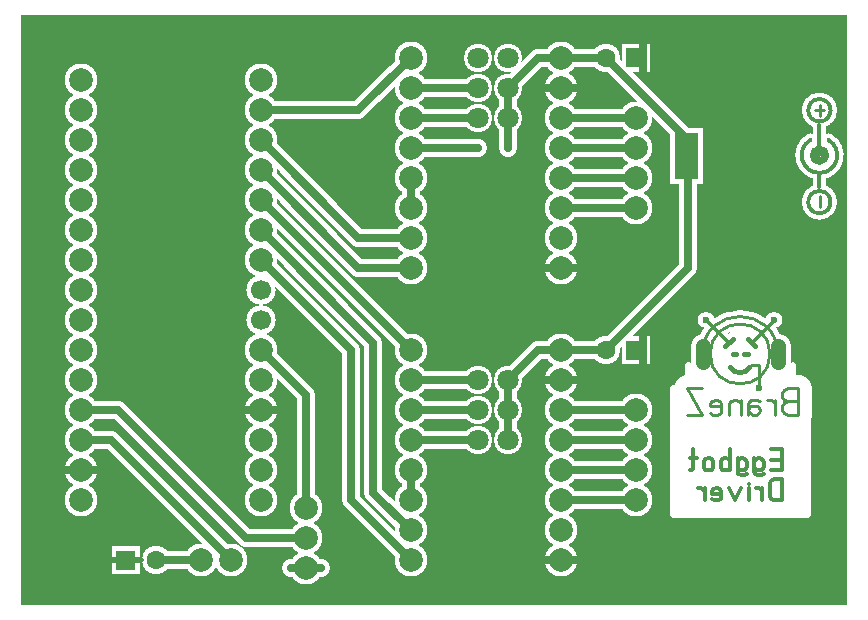
<source format=gbl>
%FSLAX34Y34*%
%MOMM*%
%LNSILK_TOP*%
G71*
G01*
%ADD10C, 2.80*%
%ADD11C, 2.40*%
%ADD12C, 2.50*%
%ADD13C, 3.60*%
%ADD14C, 0.70*%
%ADD15C, 1.10*%
%ADD16C, 1.50*%
%ADD17C, 1.07*%
%ADD18C, 0.50*%
%ADD19C, 2.40*%
%ADD20C, 1.05*%
%ADD21C, 1.20*%
%ADD22C, 1.40*%
%ADD23C, 1.06*%
%ADD24C, 2.10*%
%ADD25C, 2.28*%
%ADD26C, 2.32*%
%ADD27C, 2.00*%
%ADD28C, 1.60*%
%ADD29C, 1.70*%
%ADD30C, 0.30*%
%ADD31C, 0.27*%
%ADD32C, 1.80*%
%ADD33C, 0.25*%
%ADD34C, 0.40*%
%ADD35C, 0.60*%
%ADD36C, 0.26*%
%ADD37C, 1.30*%
%ADD38C, 0.28*%
%ADD39C, 0.32*%
%LPD*%
G36*
X0Y500000D02*
X700000Y500000D01*
X700000Y0D01*
X0Y0D01*
X0Y500000D01*
G37*
%LPC*%
X457200Y463550D02*
G54D10*
D03*
X457200Y438150D02*
G54D10*
D03*
X457200Y412750D02*
G54D10*
D03*
X457200Y387350D02*
G54D10*
D03*
X457200Y361950D02*
G54D10*
D03*
X457200Y336550D02*
G54D10*
D03*
X457200Y311150D02*
G54D10*
D03*
X457200Y285750D02*
G54D10*
D03*
X330200Y463550D02*
G54D10*
D03*
X330200Y438150D02*
G54D10*
D03*
X330200Y412750D02*
G54D10*
D03*
X330200Y387350D02*
G54D10*
D03*
X330200Y361950D02*
G54D10*
D03*
X330200Y336550D02*
G54D10*
D03*
X330200Y311150D02*
G54D10*
D03*
X330200Y285750D02*
G54D10*
D03*
X457200Y215900D02*
G54D10*
D03*
X457200Y190500D02*
G54D10*
D03*
X457200Y165100D02*
G54D10*
D03*
X457200Y139700D02*
G54D10*
D03*
X457200Y114300D02*
G54D10*
D03*
X457200Y88900D02*
G54D10*
D03*
X457200Y63500D02*
G54D10*
D03*
X457200Y38100D02*
G54D10*
D03*
X330200Y215900D02*
G54D10*
D03*
X330200Y190500D02*
G54D10*
D03*
X330200Y165100D02*
G54D10*
D03*
X330200Y139700D02*
G54D10*
D03*
X330200Y114300D02*
G54D10*
D03*
X330200Y88900D02*
G54D10*
D03*
X330200Y63500D02*
G54D10*
D03*
X330200Y38100D02*
G54D10*
D03*
X520700Y412750D02*
G54D10*
D03*
X520700Y387350D02*
G54D10*
D03*
X520700Y361950D02*
G54D10*
D03*
X520700Y336550D02*
G54D10*
D03*
X520700Y165100D02*
G54D10*
D03*
X520700Y139700D02*
G54D10*
D03*
X520700Y114300D02*
G54D10*
D03*
X520700Y88900D02*
G54D10*
D03*
G36*
X76900Y50100D02*
X100900Y50100D01*
X100900Y26100D01*
X76900Y26100D01*
X76900Y50100D01*
G37*
X114300Y38100D02*
G54D11*
D03*
X152400Y38100D02*
G54D10*
D03*
X177800Y38100D02*
G54D10*
D03*
X241300Y82550D02*
G54D10*
D03*
X241300Y57150D02*
G54D10*
D03*
X241300Y31750D02*
G54D10*
D03*
X203200Y444500D02*
G54D10*
D03*
X203200Y419100D02*
G54D10*
D03*
X203200Y393700D02*
G54D10*
D03*
X203200Y368300D02*
G54D10*
D03*
X203200Y342900D02*
G54D10*
D03*
X203200Y317500D02*
G54D10*
D03*
X203200Y292100D02*
G54D10*
D03*
X203195Y266705D02*
G54D12*
D03*
X203195Y241305D02*
G54D12*
D03*
X203200Y215900D02*
G54D10*
D03*
X203200Y190500D02*
G54D10*
D03*
X203200Y165100D02*
G54D10*
D03*
X203200Y139700D02*
G54D10*
D03*
X203200Y114300D02*
G54D10*
D03*
X203200Y88900D02*
G54D10*
D03*
X50800Y444500D02*
G54D10*
D03*
X50800Y419100D02*
G54D10*
D03*
X50800Y393700D02*
G54D10*
D03*
X50800Y368300D02*
G54D10*
D03*
X50800Y342900D02*
G54D10*
D03*
X50800Y317500D02*
G54D10*
D03*
X50800Y292100D02*
G54D10*
D03*
X50800Y266700D02*
G54D10*
D03*
X50800Y241300D02*
G54D10*
D03*
X50800Y215900D02*
G54D10*
D03*
X50800Y190500D02*
G54D10*
D03*
X50800Y165100D02*
G54D10*
D03*
X50800Y139700D02*
G54D10*
D03*
X50800Y114300D02*
G54D10*
D03*
X50800Y88900D02*
G54D10*
D03*
X25400Y476250D02*
G54D13*
D03*
X25400Y25400D02*
G54D13*
D03*
X673100Y25400D02*
G54D13*
D03*
X673100Y476250D02*
G54D13*
D03*
G54D14*
X624048Y409016D02*
X624048Y351072D01*
G54D14*
X619655Y430847D02*
X561711Y430847D01*
G54D14*
X590711Y443941D02*
X590711Y416160D01*
G54D14*
X637973Y380097D02*
X610192Y380097D01*
G36*
X606548Y439804D02*
X606548Y423804D01*
X574548Y423804D01*
X574548Y439804D01*
X606548Y439804D01*
G37*
G36*
X631886Y364954D02*
X615886Y364954D01*
X615886Y396954D01*
X631886Y396954D01*
X631886Y364954D01*
G37*
G36*
X575561Y359416D02*
X551561Y359416D01*
X551561Y399416D01*
X575561Y399416D01*
X575561Y359416D01*
G37*
G54D15*
G75*
G01X668774Y393990D02*
G03X683774Y393990I7500J-12990D01*
G01*
G54D16*
G75*
G01X676274Y386000D02*
G03X676274Y386000I0J-5000D01*
G01*
G54D15*
X676274Y381000D02*
X676274Y406400D01*
G54D15*
X676274Y365125D02*
X676274Y354012D01*
G54D17*
X676421Y414494D02*
X676421Y423560D01*
G54D17*
X672644Y419027D02*
X680199Y419027D01*
G54D17*
X676472Y337500D02*
X676472Y346567D01*
G54D15*
G75*
G01X676250Y350762D02*
G03X676250Y350762I0J-9450D01*
G01*
G54D15*
G75*
G01X676250Y428550D02*
G03X676250Y428550I0J-9450D01*
G01*
G54D16*
X152400Y38100D02*
X154000Y38000D01*
X110000Y38000D01*
X114300Y38100D01*
G54D14*
X190500Y165100D02*
X215900Y165100D01*
G54D14*
X527050Y476250D02*
X527050Y450850D01*
G54D14*
X469900Y38100D02*
X444500Y38100D01*
G54D14*
X38100Y114300D02*
X63500Y114300D01*
G54D18*
X76200Y38100D02*
X101600Y38100D01*
G54D16*
X50800Y139700D02*
X76200Y139700D01*
X177800Y38100D01*
G36*
X532700Y203900D02*
X508700Y203900D01*
X508700Y227900D01*
X532700Y227900D01*
X532700Y203900D01*
G37*
X495300Y215900D02*
G54D11*
D03*
G36*
X532700Y451550D02*
X508700Y451550D01*
X508700Y475550D01*
X532700Y475550D01*
X532700Y451550D01*
G37*
X495300Y463550D02*
G54D11*
D03*
X412750Y139700D02*
G54D19*
D03*
X387350Y139700D02*
G54D19*
D03*
X412750Y165100D02*
G54D19*
D03*
X387350Y165100D02*
G54D19*
D03*
X412750Y190500D02*
G54D19*
D03*
X387350Y190500D02*
G54D19*
D03*
X387350Y463550D02*
G54D19*
D03*
X412750Y463550D02*
G54D19*
D03*
X387350Y438150D02*
G54D19*
D03*
X412750Y438150D02*
G54D19*
D03*
X387350Y412750D02*
G54D19*
D03*
X412750Y412750D02*
G54D19*
D03*
G54D14*
X469900Y190500D02*
X444500Y190500D01*
G54D14*
X469900Y285750D02*
X444500Y285750D01*
G54D14*
X469900Y438150D02*
X444500Y438150D01*
G54D14*
X527050Y203200D02*
X527050Y228600D01*
G54D16*
X457200Y215900D02*
X495300Y215900D01*
G54D16*
X457200Y463550D02*
X495300Y463550D01*
G54D16*
X457200Y165100D02*
X520700Y165100D01*
G54D16*
X457200Y139700D02*
X520700Y139700D01*
G54D16*
X457200Y114300D02*
X520700Y114300D01*
G54D16*
X457200Y88900D02*
X520700Y88900D01*
G54D16*
X457200Y336550D02*
X520700Y336550D01*
G54D16*
X457200Y361950D02*
X520700Y361950D01*
G54D16*
X457200Y387350D02*
X520700Y387350D01*
G54D16*
X457200Y412750D02*
X520700Y412750D01*
G54D16*
X330200Y336550D02*
X330200Y361950D01*
G54D16*
X330200Y88900D02*
X330200Y114300D01*
G54D16*
X203200Y419100D02*
X285750Y419100D01*
X330200Y463550D01*
G54D16*
X203200Y393700D02*
X285750Y311150D01*
X330200Y311150D01*
G54D16*
X203200Y368300D02*
X285750Y285750D01*
X330200Y285750D01*
G54D16*
X203200Y317500D02*
X298450Y222250D01*
X298450Y95250D01*
X330200Y63500D01*
G54D16*
X203200Y292100D02*
X279400Y215900D01*
X279400Y88900D01*
X330200Y38100D01*
G54D16*
X203200Y342900D02*
X330200Y215900D01*
G54D16*
X203200Y215900D02*
X241300Y177800D01*
X241300Y82550D01*
G54D16*
X50800Y165100D02*
X82550Y165100D01*
X190500Y57150D01*
X241300Y57150D01*
G54D16*
X228600Y31750D02*
X254000Y31750D01*
G54D16*
X330200Y438150D02*
X387350Y438150D01*
G54D16*
X330200Y412750D02*
X387350Y412750D01*
G54D16*
X330200Y387350D02*
X387350Y387350D01*
G54D16*
X412750Y387350D02*
X412750Y438150D01*
X438150Y463550D01*
X457200Y463550D01*
G54D16*
X412750Y139700D02*
X412750Y190500D01*
X438150Y215900D01*
X457200Y215900D01*
G54D16*
X387350Y190500D02*
X330200Y190500D01*
G54D16*
X330200Y165100D02*
X387350Y165100D01*
G54D16*
X387350Y139700D02*
X330200Y139700D01*
G54D16*
X495300Y463550D02*
X565150Y393700D01*
X565150Y381000D01*
G54D16*
X495300Y215900D02*
X565150Y285750D01*
X565150Y381000D01*
G54D20*
G75*
G01X583732Y212725D02*
G03X583732Y212725I25350J0D01*
G01*
G54D21*
X615432Y225425D02*
X621782Y219075D01*
G54D21*
X602732Y225425D02*
X596382Y219075D01*
G54D20*
X599557Y222250D02*
X580507Y241300D01*
G54D20*
X618607Y222250D02*
X637657Y241300D01*
G54D21*
X615432Y212725D02*
X612257Y212725D01*
G54D21*
X605907Y212725D02*
X602732Y212725D01*
G54D21*
G75*
G01X600855Y201500D02*
G03X617309Y201500I8227J4750D01*
G01*
G54D20*
X618607Y203200D02*
X624957Y203200D01*
X624957Y187325D01*
X624982Y184175D02*
G54D22*
D03*
G54D23*
G75*
G01X640782Y212725D02*
G03X577382Y212725I-31700J0D01*
G01*
X580532Y241325D02*
G54D22*
D03*
X637682Y241325D02*
G54D22*
D03*
G54D24*
X640782Y219225D02*
X640782Y206225D01*
G54D24*
X577282Y219225D02*
X577282Y206225D01*
G54D25*
X657757Y161406D02*
X657757Y183628D01*
X649424Y183628D01*
X646090Y182240D01*
X644424Y179462D01*
X644424Y176684D01*
X646090Y173906D01*
X649424Y172517D01*
X646090Y171128D01*
X644424Y168351D01*
X644424Y165573D01*
X646090Y162795D01*
X649424Y161406D01*
X657757Y161406D01*
G54D25*
X657757Y172517D02*
X649424Y172517D01*
G54D25*
X638357Y161406D02*
X638357Y173906D01*
G54D25*
X638357Y171128D02*
X635024Y173906D01*
X631690Y173906D01*
G54D25*
X625557Y172517D02*
X622224Y173906D01*
X618224Y173906D01*
X615557Y171128D01*
X615557Y161406D01*
G54D25*
X615557Y165573D02*
X617224Y168351D01*
X620557Y168906D01*
X623890Y168351D01*
X625557Y165573D01*
X624890Y162795D01*
X622224Y161406D01*
X620557Y161406D01*
X619890Y161406D01*
X617224Y162795D01*
X615557Y165573D01*
G54D25*
X609457Y161406D02*
X609457Y173906D01*
G54D25*
X609457Y171128D02*
X607790Y173073D01*
X604457Y173906D01*
X601124Y173073D01*
X599457Y171128D01*
X599457Y161406D01*
G54D25*
X583357Y162795D02*
X586024Y161406D01*
X589357Y161406D01*
X592690Y162795D01*
X593357Y165573D01*
X593357Y170295D01*
X591690Y173073D01*
X588357Y173906D01*
X585024Y173073D01*
X583357Y171128D01*
X583357Y168351D01*
X593357Y168351D01*
G54D25*
X577257Y183628D02*
X563924Y183628D01*
X577257Y161406D01*
X563924Y161406D01*
G54D26*
X635361Y114300D02*
X644694Y114300D01*
X644694Y132078D01*
X635361Y132078D01*
G54D26*
X644694Y123189D02*
X635361Y123189D01*
G54D26*
X629139Y110967D02*
X626472Y109856D01*
X624606Y109856D01*
X621939Y110967D01*
X621139Y113189D01*
X621139Y124300D01*
G54D26*
X621139Y121411D02*
X622472Y123633D01*
X625139Y124300D01*
X627806Y123633D01*
X629139Y121411D01*
X629139Y116967D01*
X627806Y114744D01*
X625139Y114300D01*
X622472Y114744D01*
X621139Y116967D01*
G54D26*
X614917Y110967D02*
X612250Y109856D01*
X610384Y109856D01*
X607717Y110967D01*
X606917Y113189D01*
X606917Y124300D01*
G54D26*
X606917Y121411D02*
X608250Y123633D01*
X610917Y124300D01*
X613584Y123633D01*
X614917Y121411D01*
X614917Y116967D01*
X613584Y114744D01*
X610917Y114300D01*
X608250Y114744D01*
X606917Y116967D01*
G54D26*
X600695Y114300D02*
X600695Y132078D01*
G54D26*
X600695Y121411D02*
X599362Y123633D01*
X596695Y124300D01*
X594028Y123633D01*
X592695Y121411D01*
X592695Y116967D01*
X594028Y114744D01*
X596695Y114300D01*
X599362Y114744D01*
X600695Y116967D01*
G54D26*
X578473Y116967D02*
X578473Y121411D01*
X579806Y123633D01*
X582473Y124300D01*
X585140Y123633D01*
X586473Y121411D01*
X586473Y116967D01*
X585140Y114744D01*
X582473Y114300D01*
X579806Y114744D01*
X578473Y116967D01*
G54D26*
X569584Y132078D02*
X569584Y115411D01*
X568251Y114300D01*
X566918Y114744D01*
G54D26*
X572251Y124300D02*
X566918Y124300D01*
G54D26*
X644757Y88900D02*
X644757Y106678D01*
X638090Y106678D01*
X635424Y105567D01*
X634090Y103344D01*
X634090Y92233D01*
X635424Y90011D01*
X638090Y88900D01*
X644757Y88900D01*
G54D26*
X627868Y88900D02*
X627868Y98900D01*
G54D26*
X627868Y96678D02*
X625201Y98900D01*
X622535Y98900D01*
G54D26*
X616313Y88900D02*
X616313Y98900D01*
G54D26*
X616313Y102233D02*
X616313Y102233D01*
G54D26*
X610091Y98900D02*
X604758Y88900D01*
X599424Y98900D01*
G54D26*
X585202Y90011D02*
X587335Y88900D01*
X590002Y88900D01*
X592669Y90011D01*
X593202Y92233D01*
X593202Y96011D01*
X591869Y98233D01*
X589202Y98900D01*
X586535Y98233D01*
X585202Y96678D01*
X585202Y94456D01*
X593202Y94456D01*
G54D26*
X578980Y88900D02*
X578980Y98900D01*
G54D26*
X578980Y96678D02*
X576313Y98900D01*
X573647Y98900D01*
G36*
X666750Y184150D02*
X666750Y76200D01*
X552450Y76200D01*
X552450Y184150D01*
X666750Y184150D01*
G37*
G54D18*
X666750Y184150D02*
X666750Y76200D01*
X552450Y76200D01*
X552450Y184150D01*
X666750Y184150D01*
G36*
X565150Y203200D02*
X565150Y190500D01*
X584200Y190500D01*
X565150Y203200D01*
G37*
G54D18*
X565150Y203200D02*
X565150Y190500D01*
X584200Y190500D01*
X565150Y203200D01*
G36*
X577850Y196850D02*
X590550Y184150D01*
X584200Y190500D01*
X584200Y196850D01*
X577850Y196850D01*
G37*
G54D18*
X577850Y196850D02*
X590550Y184150D01*
X584200Y190500D01*
X584200Y196850D01*
X577850Y196850D01*
G36*
X654050Y203200D02*
X654050Y190500D01*
X647700Y184150D01*
X628650Y184150D01*
X641350Y196850D01*
X647700Y196850D01*
X654050Y203200D01*
G37*
G54D18*
X654050Y203200D02*
X654050Y190500D01*
X647700Y184150D01*
X628650Y184150D01*
X641350Y196850D01*
X647700Y196850D01*
X654050Y203200D01*
G36*
X635000Y196850D02*
X635000Y190500D01*
X628650Y190500D01*
X635000Y196850D01*
G37*
G54D18*
X635000Y196850D02*
X635000Y190500D01*
X628650Y190500D01*
X635000Y196850D01*
G36*
X614205Y380840D02*
X634205Y380840D01*
X634205Y360840D01*
X614205Y360840D01*
X614205Y380840D01*
G37*
G36*
X614205Y399890D02*
X634205Y399890D01*
X634205Y379890D01*
X614205Y379890D01*
X614205Y399890D01*
G37*
G36*
X614205Y390365D02*
X634205Y390365D01*
X634205Y370365D01*
X614205Y370365D01*
X614205Y390365D01*
G37*
G36*
X549880Y384840D02*
X577880Y384840D01*
X577880Y356840D01*
X549880Y356840D01*
X549880Y384840D01*
G37*
G36*
X549880Y403890D02*
X577880Y403890D01*
X577880Y375890D01*
X549880Y375890D01*
X549880Y403890D01*
G37*
G36*
X549880Y394365D02*
X577880Y394365D01*
X577880Y366365D01*
X549880Y366365D01*
X549880Y394365D01*
G37*
G36*
X589755Y441165D02*
X589755Y421165D01*
X569755Y421165D01*
X569755Y441165D01*
X589755Y441165D01*
G37*
G36*
X608805Y441165D02*
X608805Y421165D01*
X588805Y421165D01*
X588805Y441165D01*
X608805Y441165D01*
G37*
G36*
X599280Y441165D02*
X599280Y421165D01*
X579280Y421165D01*
X579280Y441165D01*
X599280Y441165D01*
G37*
G36*
X590550Y219075D02*
X596900Y212725D01*
X596900Y203200D01*
X590550Y209550D01*
X590550Y212725D01*
X593725Y209550D01*
X590550Y209550D01*
X593725Y206375D01*
X593725Y200025D01*
X590550Y203200D01*
X590550Y215900D01*
X593725Y219075D01*
X609600Y219075D01*
X612775Y222250D01*
X606425Y228600D01*
X606425Y231775D01*
X612775Y231775D01*
X609600Y228600D01*
X609600Y222250D01*
X603250Y228600D01*
X603250Y231775D01*
X615950Y231775D01*
X628650Y219075D01*
X628650Y206375D01*
X625475Y209550D01*
X625475Y212725D01*
X619125Y212725D01*
X619125Y206375D01*
X622300Y209550D01*
X628650Y209550D01*
X625475Y206375D01*
X606425Y206375D01*
X606425Y203200D01*
X590550Y219075D01*
G37*
G54D18*
X590550Y219075D02*
X596900Y212725D01*
X596900Y203200D01*
X590550Y209550D01*
X590550Y212725D01*
X593725Y209550D01*
X590550Y209550D01*
X593725Y206375D01*
X593725Y200025D01*
X590550Y203200D01*
X590550Y215900D01*
X593725Y219075D01*
X609600Y219075D01*
X612775Y222250D01*
X606425Y228600D01*
X606425Y231775D01*
X612775Y231775D01*
X609600Y228600D01*
X609600Y222250D01*
X603250Y228600D01*
X603250Y231775D01*
X615950Y231775D01*
X628650Y219075D01*
X628650Y206375D01*
X625475Y209550D01*
X625475Y212725D01*
X619125Y212725D01*
X619125Y206375D01*
X622300Y209550D01*
X628650Y209550D01*
X625475Y206375D01*
X606425Y206375D01*
X606425Y203200D01*
X590550Y219075D01*
G36*
X584200Y193675D02*
X590550Y187325D01*
X596900Y193675D01*
X596900Y196850D01*
X603250Y203200D01*
X609600Y203200D01*
X584200Y193675D01*
G37*
G54D18*
X584200Y193675D02*
X590550Y187325D01*
X596900Y193675D01*
X596900Y196850D01*
X603250Y203200D01*
X609600Y203200D01*
X584200Y193675D01*
%LPD*%
X457200Y463550D02*
G54D27*
D03*
X457200Y438150D02*
G54D27*
D03*
X457200Y412750D02*
G54D27*
D03*
X457200Y387350D02*
G54D27*
D03*
X457200Y361950D02*
G54D27*
D03*
X457200Y336550D02*
G54D27*
D03*
X457200Y311150D02*
G54D27*
D03*
X457200Y285750D02*
G54D27*
D03*
X330200Y463550D02*
G54D27*
D03*
X330200Y438150D02*
G54D27*
D03*
X330200Y412750D02*
G54D27*
D03*
X330200Y387350D02*
G54D27*
D03*
X330200Y361950D02*
G54D27*
D03*
X330200Y336550D02*
G54D27*
D03*
X330200Y311150D02*
G54D27*
D03*
X330200Y285750D02*
G54D27*
D03*
X457200Y215900D02*
G54D27*
D03*
X457200Y190500D02*
G54D27*
D03*
X457200Y165100D02*
G54D27*
D03*
X457200Y139700D02*
G54D27*
D03*
X457200Y114300D02*
G54D27*
D03*
X457200Y88900D02*
G54D27*
D03*
X457200Y63500D02*
G54D27*
D03*
X457200Y38100D02*
G54D27*
D03*
X330200Y215900D02*
G54D27*
D03*
X330200Y190500D02*
G54D27*
D03*
X330200Y165100D02*
G54D27*
D03*
X330200Y139700D02*
G54D27*
D03*
X330200Y114300D02*
G54D27*
D03*
X330200Y88900D02*
G54D27*
D03*
X330200Y63500D02*
G54D27*
D03*
X330200Y38100D02*
G54D27*
D03*
X520700Y412750D02*
G54D27*
D03*
X520700Y387350D02*
G54D27*
D03*
X520700Y361950D02*
G54D27*
D03*
X520700Y336550D02*
G54D27*
D03*
X520700Y165100D02*
G54D27*
D03*
X520700Y139700D02*
G54D27*
D03*
X520700Y114300D02*
G54D27*
D03*
X520700Y88900D02*
G54D27*
D03*
G36*
X80900Y46100D02*
X96900Y46100D01*
X96900Y30100D01*
X80900Y30100D01*
X80900Y46100D01*
G37*
X114300Y38100D02*
G54D28*
D03*
X152400Y38100D02*
G54D27*
D03*
X177800Y38100D02*
G54D27*
D03*
X241300Y82550D02*
G54D27*
D03*
X241300Y57150D02*
G54D27*
D03*
X241300Y31750D02*
G54D27*
D03*
X203200Y444500D02*
G54D27*
D03*
X203200Y419100D02*
G54D27*
D03*
X203200Y393700D02*
G54D27*
D03*
X203200Y368300D02*
G54D27*
D03*
X203200Y342900D02*
G54D27*
D03*
X203200Y317500D02*
G54D27*
D03*
X203200Y292100D02*
G54D27*
D03*
X203195Y266705D02*
G54D29*
D03*
X203195Y241305D02*
G54D29*
D03*
X203200Y215900D02*
G54D27*
D03*
X203200Y190500D02*
G54D27*
D03*
X203200Y165100D02*
G54D27*
D03*
X203200Y139700D02*
G54D27*
D03*
X203200Y114300D02*
G54D27*
D03*
X203200Y88900D02*
G54D27*
D03*
X50800Y444500D02*
G54D27*
D03*
X50800Y419100D02*
G54D27*
D03*
X50800Y393700D02*
G54D27*
D03*
X50800Y368300D02*
G54D27*
D03*
X50800Y342900D02*
G54D27*
D03*
X50800Y317500D02*
G54D27*
D03*
X50800Y292100D02*
G54D27*
D03*
X50800Y266700D02*
G54D27*
D03*
X50800Y241300D02*
G54D27*
D03*
X50800Y215900D02*
G54D27*
D03*
X50800Y190500D02*
G54D27*
D03*
X50800Y165100D02*
G54D27*
D03*
X50800Y139700D02*
G54D27*
D03*
X50800Y114300D02*
G54D27*
D03*
X50800Y88900D02*
G54D27*
D03*
X25400Y476250D02*
G54D13*
D03*
X25400Y25400D02*
G54D13*
D03*
X673100Y25400D02*
G54D13*
D03*
X673100Y476250D02*
G54D13*
D03*
G54D14*
X624048Y409016D02*
X624048Y351072D01*
G54D14*
X619655Y430847D02*
X561711Y430847D01*
G54D14*
X590711Y443941D02*
X590711Y416160D01*
G54D14*
X637973Y380097D02*
X610192Y380097D01*
G36*
X606548Y439804D02*
X606548Y423804D01*
X574548Y423804D01*
X574548Y439804D01*
X606548Y439804D01*
G37*
G36*
X631886Y364954D02*
X615886Y364954D01*
X615886Y396954D01*
X631886Y396954D01*
X631886Y364954D01*
G37*
G36*
X571561Y363416D02*
X555561Y363416D01*
X555561Y395416D01*
X571561Y395416D01*
X571561Y363416D01*
G37*
G54D30*
G75*
G01X668774Y393990D02*
G03X683774Y393990I7500J-12990D01*
G01*
G54D14*
G75*
G01X676274Y386000D02*
G03X676274Y386000I0J-5000D01*
G01*
G54D30*
X676274Y381000D02*
X676274Y406400D01*
G54D30*
X676274Y365125D02*
X676274Y354012D01*
G54D31*
X676421Y414494D02*
X676421Y423560D01*
G54D31*
X672644Y419027D02*
X680199Y419027D01*
G54D31*
X676472Y337500D02*
X676472Y346567D01*
G54D30*
G75*
G01X676250Y350762D02*
G03X676250Y350762I0J-9450D01*
G01*
G54D30*
G75*
G01X676250Y428550D02*
G03X676250Y428550I0J-9450D01*
G01*
G54D14*
X152400Y38100D02*
X154000Y38000D01*
X110000Y38000D01*
X114300Y38100D01*
G54D14*
X190500Y165100D02*
X215900Y165100D01*
G54D14*
X527050Y476250D02*
X527050Y450850D01*
G54D14*
X469900Y38100D02*
X444500Y38100D01*
G54D14*
X38100Y114300D02*
X63500Y114300D01*
G54D18*
X76200Y38100D02*
X101600Y38100D01*
G54D14*
X50800Y139700D02*
X76200Y139700D01*
X177800Y38100D01*
G36*
X528700Y207900D02*
X512700Y207900D01*
X512700Y223900D01*
X528700Y223900D01*
X528700Y207900D01*
G37*
X495300Y215900D02*
G54D28*
D03*
G36*
X528700Y455550D02*
X512700Y455550D01*
X512700Y471550D01*
X528700Y471550D01*
X528700Y455550D01*
G37*
X495300Y463550D02*
G54D28*
D03*
X412750Y139700D02*
G54D32*
D03*
X387350Y139700D02*
G54D32*
D03*
X412750Y165100D02*
G54D32*
D03*
X387350Y165100D02*
G54D32*
D03*
X412750Y190500D02*
G54D32*
D03*
X387350Y190500D02*
G54D32*
D03*
X387350Y463550D02*
G54D32*
D03*
X412750Y463550D02*
G54D32*
D03*
X387350Y438150D02*
G54D32*
D03*
X412750Y438150D02*
G54D32*
D03*
X387350Y412750D02*
G54D32*
D03*
X412750Y412750D02*
G54D32*
D03*
G54D14*
X469900Y190500D02*
X444500Y190500D01*
G54D14*
X469900Y285750D02*
X444500Y285750D01*
G54D14*
X469900Y438150D02*
X444500Y438150D01*
G54D14*
X527050Y203200D02*
X527050Y228600D01*
G54D14*
X457200Y215900D02*
X495300Y215900D01*
G54D14*
X457200Y463550D02*
X495300Y463550D01*
G54D14*
X457200Y165100D02*
X520700Y165100D01*
G54D14*
X457200Y139700D02*
X520700Y139700D01*
G54D14*
X457200Y114300D02*
X520700Y114300D01*
G54D14*
X457200Y88900D02*
X520700Y88900D01*
G54D14*
X457200Y336550D02*
X520700Y336550D01*
G54D14*
X457200Y361950D02*
X520700Y361950D01*
G54D14*
X457200Y387350D02*
X520700Y387350D01*
G54D14*
X457200Y412750D02*
X520700Y412750D01*
G54D14*
X330200Y336550D02*
X330200Y361950D01*
G54D14*
X330200Y88900D02*
X330200Y114300D01*
G54D14*
X203200Y419100D02*
X285750Y419100D01*
X330200Y463550D01*
G54D14*
X203200Y393700D02*
X285750Y311150D01*
X330200Y311150D01*
G54D14*
X203200Y368300D02*
X285750Y285750D01*
X330200Y285750D01*
G54D14*
X203200Y317500D02*
X298450Y222250D01*
X298450Y95250D01*
X330200Y63500D01*
G54D14*
X203200Y292100D02*
X279400Y215900D01*
X279400Y88900D01*
X330200Y38100D01*
G54D14*
X203200Y342900D02*
X330200Y215900D01*
G54D14*
X203200Y215900D02*
X241300Y177800D01*
X241300Y82550D01*
G54D14*
X50800Y165100D02*
X82550Y165100D01*
X190500Y57150D01*
X241300Y57150D01*
G54D14*
X228600Y31750D02*
X254000Y31750D01*
G54D14*
X330200Y438150D02*
X387350Y438150D01*
G54D14*
X330200Y412750D02*
X387350Y412750D01*
G54D14*
X330200Y387350D02*
X387350Y387350D01*
G54D14*
X412750Y387350D02*
X412750Y438150D01*
X438150Y463550D01*
X457200Y463550D01*
G54D14*
X412750Y139700D02*
X412750Y190500D01*
X438150Y215900D01*
X457200Y215900D01*
G54D14*
X387350Y190500D02*
X330200Y190500D01*
G54D14*
X330200Y165100D02*
X387350Y165100D01*
G54D14*
X387350Y139700D02*
X330200Y139700D01*
G54D14*
X495300Y463550D02*
X565150Y393700D01*
X565150Y381000D01*
G54D14*
X495300Y215900D02*
X565150Y285750D01*
X565150Y381000D01*
G54D33*
G75*
G01X583732Y212725D02*
G03X583732Y212725I25350J0D01*
G01*
G54D34*
X615432Y225425D02*
X621782Y219075D01*
G54D34*
X602732Y225425D02*
X596382Y219075D01*
G54D33*
X599557Y222250D02*
X580507Y241300D01*
G54D33*
X618607Y222250D02*
X637657Y241300D01*
G54D34*
X615432Y212725D02*
X612257Y212725D01*
G54D34*
X605907Y212725D02*
X602732Y212725D01*
G54D34*
G75*
G01X600855Y201500D02*
G03X617309Y201500I8227J4750D01*
G01*
G54D33*
X618607Y203200D02*
X624957Y203200D01*
X624957Y187325D01*
X624982Y184175D02*
G54D35*
D03*
G54D36*
G75*
G01X640782Y212725D02*
G03X577382Y212725I-31700J0D01*
G01*
X580532Y241325D02*
G54D35*
D03*
X637682Y241325D02*
G54D35*
D03*
G54D37*
X640782Y219225D02*
X640782Y206225D01*
G54D37*
X577282Y219225D02*
X577282Y206225D01*
G54D38*
X657757Y161406D02*
X657757Y183628D01*
X649424Y183628D01*
X646090Y182240D01*
X644424Y179462D01*
X644424Y176684D01*
X646090Y173906D01*
X649424Y172517D01*
X646090Y171128D01*
X644424Y168351D01*
X644424Y165573D01*
X646090Y162795D01*
X649424Y161406D01*
X657757Y161406D01*
G54D38*
X657757Y172517D02*
X649424Y172517D01*
G54D38*
X638357Y161406D02*
X638357Y173906D01*
G54D38*
X638357Y171128D02*
X635024Y173906D01*
X631690Y173906D01*
G54D38*
X625557Y172517D02*
X622224Y173906D01*
X618224Y173906D01*
X615557Y171128D01*
X615557Y161406D01*
G54D38*
X615557Y165573D02*
X617224Y168351D01*
X620557Y168906D01*
X623890Y168351D01*
X625557Y165573D01*
X624890Y162795D01*
X622224Y161406D01*
X620557Y161406D01*
X619890Y161406D01*
X617224Y162795D01*
X615557Y165573D01*
G54D38*
X609457Y161406D02*
X609457Y173906D01*
G54D38*
X609457Y171128D02*
X607790Y173073D01*
X604457Y173906D01*
X601124Y173073D01*
X599457Y171128D01*
X599457Y161406D01*
G54D38*
X583357Y162795D02*
X586024Y161406D01*
X589357Y161406D01*
X592690Y162795D01*
X593357Y165573D01*
X593357Y170295D01*
X591690Y173073D01*
X588357Y173906D01*
X585024Y173073D01*
X583357Y171128D01*
X583357Y168351D01*
X593357Y168351D01*
G54D38*
X577257Y183628D02*
X563924Y183628D01*
X577257Y161406D01*
X563924Y161406D01*
G54D39*
X635361Y114300D02*
X644694Y114300D01*
X644694Y132078D01*
X635361Y132078D01*
G54D39*
X644694Y123189D02*
X635361Y123189D01*
G54D39*
X629139Y110967D02*
X626472Y109856D01*
X624606Y109856D01*
X621939Y110967D01*
X621139Y113189D01*
X621139Y124300D01*
G54D39*
X621139Y121411D02*
X622472Y123633D01*
X625139Y124300D01*
X627806Y123633D01*
X629139Y121411D01*
X629139Y116967D01*
X627806Y114744D01*
X625139Y114300D01*
X622472Y114744D01*
X621139Y116967D01*
G54D39*
X614917Y110967D02*
X612250Y109856D01*
X610384Y109856D01*
X607717Y110967D01*
X606917Y113189D01*
X606917Y124300D01*
G54D39*
X606917Y121411D02*
X608250Y123633D01*
X610917Y124300D01*
X613584Y123633D01*
X614917Y121411D01*
X614917Y116967D01*
X613584Y114744D01*
X610917Y114300D01*
X608250Y114744D01*
X606917Y116967D01*
G54D39*
X600695Y114300D02*
X600695Y132078D01*
G54D39*
X600695Y121411D02*
X599362Y123633D01*
X596695Y124300D01*
X594028Y123633D01*
X592695Y121411D01*
X592695Y116967D01*
X594028Y114744D01*
X596695Y114300D01*
X599362Y114744D01*
X600695Y116967D01*
G54D39*
X578473Y116967D02*
X578473Y121411D01*
X579806Y123633D01*
X582473Y124300D01*
X585140Y123633D01*
X586473Y121411D01*
X586473Y116967D01*
X585140Y114744D01*
X582473Y114300D01*
X579806Y114744D01*
X578473Y116967D01*
G54D39*
X569584Y132078D02*
X569584Y115411D01*
X568251Y114300D01*
X566918Y114744D01*
G54D39*
X572251Y124300D02*
X566918Y124300D01*
G54D39*
X644757Y88900D02*
X644757Y106678D01*
X638090Y106678D01*
X635424Y105567D01*
X634090Y103344D01*
X634090Y92233D01*
X635424Y90011D01*
X638090Y88900D01*
X644757Y88900D01*
G54D39*
X627868Y88900D02*
X627868Y98900D01*
G54D39*
X627868Y96678D02*
X625201Y98900D01*
X622535Y98900D01*
G54D39*
X616313Y88900D02*
X616313Y98900D01*
G54D39*
X616313Y102233D02*
X616313Y102233D01*
G54D39*
X610091Y98900D02*
X604758Y88900D01*
X599424Y98900D01*
G54D39*
X585202Y90011D02*
X587335Y88900D01*
X590002Y88900D01*
X592669Y90011D01*
X593202Y92233D01*
X593202Y96011D01*
X591869Y98233D01*
X589202Y98900D01*
X586535Y98233D01*
X585202Y96678D01*
X585202Y94456D01*
X593202Y94456D01*
G54D39*
X578980Y88900D02*
X578980Y98900D01*
G54D39*
X578980Y96678D02*
X576313Y98900D01*
X573647Y98900D01*
G36*
X614205Y380840D02*
X634205Y380840D01*
X634205Y360840D01*
X614205Y360840D01*
X614205Y380840D01*
G37*
G36*
X614205Y399890D02*
X634205Y399890D01*
X634205Y379890D01*
X614205Y379890D01*
X614205Y399890D01*
G37*
G36*
X614205Y390365D02*
X634205Y390365D01*
X634205Y370365D01*
X614205Y370365D01*
X614205Y390365D01*
G37*
G36*
X553880Y380840D02*
X573880Y380840D01*
X573880Y360840D01*
X553880Y360840D01*
X553880Y380840D01*
G37*
G36*
X553880Y399890D02*
X573880Y399890D01*
X573880Y379890D01*
X553880Y379890D01*
X553880Y399890D01*
G37*
G36*
X553880Y390365D02*
X573880Y390365D01*
X573880Y370365D01*
X553880Y370365D01*
X553880Y390365D01*
G37*
G36*
X589755Y441165D02*
X589755Y421165D01*
X569755Y421165D01*
X569755Y441165D01*
X589755Y441165D01*
G37*
G36*
X608805Y441165D02*
X608805Y421165D01*
X588805Y421165D01*
X588805Y441165D01*
X608805Y441165D01*
G37*
G36*
X599280Y441165D02*
X599280Y421165D01*
X579280Y421165D01*
X579280Y441165D01*
X599280Y441165D01*
G37*
M02*

</source>
